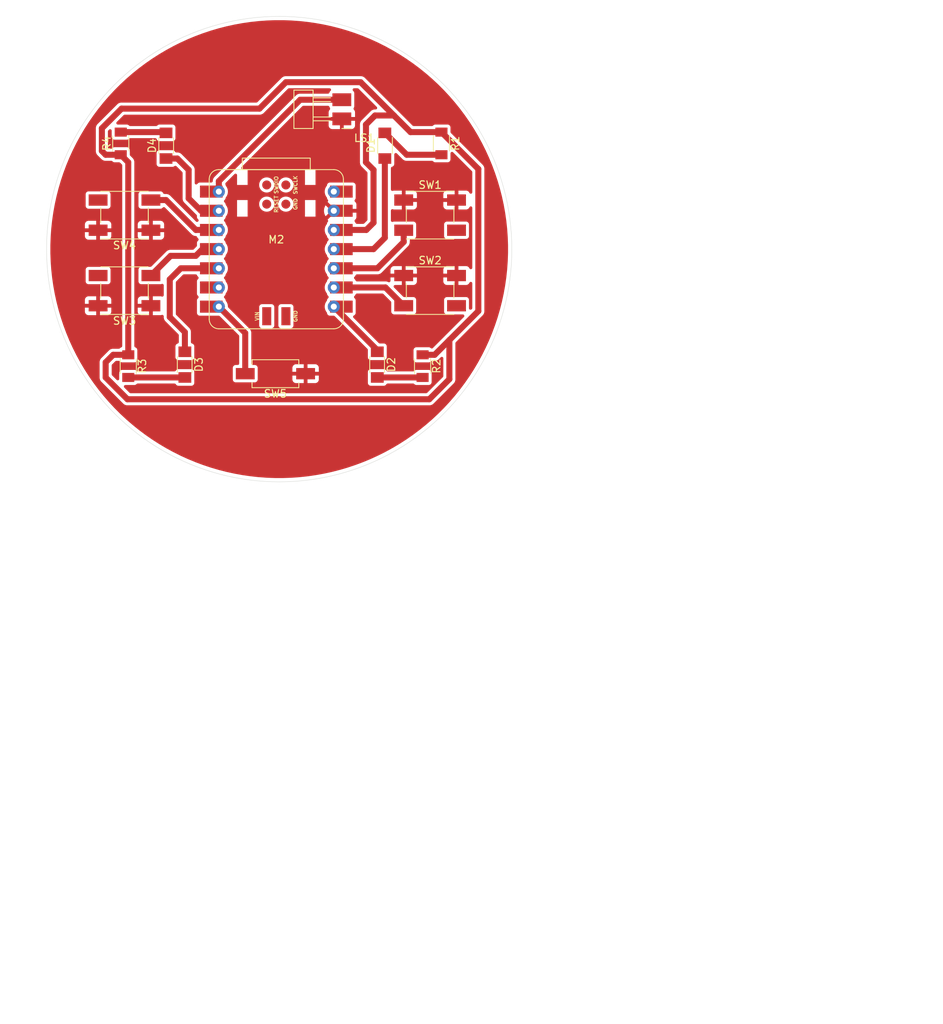
<source format=kicad_pcb>
(kicad_pcb (version 20241229) (generator "pcbnew") (generator_version "9.0")
  (layers (0 "F.Cu" signal) (2 "B.Cu" signal) (13 "F.Paste" user) (15 "B.Paste" user) (5 "F.SilkS" user "F.Silkscreen") (7 "B.SilkS" user "B.Silkscreen") (1 "F.Mask" user) (3 "B.Mask" user) (25 "Edge.Cuts" user))
  (net 0 "")
  (net 2 "/BTN_BLUE")
  (net 3 "/LED_GREEN")
  (net 4 "/LED_YELLOW")
  (net 5 "/BTN_GREEN")
  (net 6 "/BTN_RED")
  (net 7 "/LED_RED")
  (net 8 "/START")
  (net 9 "/LED_BLUE")
  (net 10 "/BTN_YELLOW")
  (net 11 "/BUZZ")
  (net 12 "GND")
  (net 13 "Net-(D1-A)")
  (net 14 "Net-(D2-A)")
  (net 15 "Net-(D3-A)")
  (net 16 "+3V3")
  (net 17 "Net-(D4-A)")
  (footprint "PCM_fab:SeeedStudio_XIAO_RP2040" (layer "F.Cu") (at 150.225 91.11)
    (property "Reference" "M2" (at 0 -1.27 0) (layer "F.SilkS"))
    (property "Value" "XIAO-RP2040")
    (fp_line (start -8.8875 9.281) (end -8.8875 -9.261) (stroke (width 0.12)) (layer "F.SilkS"))
    (fp_line (start -7.6175 -10.531) (end 7.6225 -10.531) (stroke (width 0.12)) (layer "F.SilkS"))
    (fp_line (start 7.6225 10.551) (end -7.6175 10.551) (stroke (width 0.12)) (layer "F.SilkS"))
    (fp_line (start 8.8925 -9.261) (end 8.8925 9.281) (stroke (width 0.12)) (layer "F.SilkS"))
    (fp_rect (start -4.4975 -10.531) (end 4.5025 -12.055) (stroke (width 0.12)) (fill no) (layer "F.SilkS"))
    (fp_arc (start -8.8875 -9.261) (mid -8.515526 -10.159026) (end -7.6175 -10.531) (stroke (width 0.12)) (layer "F.SilkS"))
    (fp_arc (start -7.6175 10.551) (mid -8.515526 10.179026) (end -8.8875 9.281) (stroke (width 0.12)) (layer "F.SilkS"))
    (fp_arc (start 7.6225 -10.531) (mid 8.520526 -10.159026) (end 8.8925 -9.261) (stroke (width 0.12)) (layer "F.SilkS"))
    (fp_arc (start 8.8925 9.281) (mid 8.520526 10.179026) (end 7.6225 10.551) (stroke (width 0.12)) (layer "F.SilkS"))
    (fp_text user "SWCLK" (at 2.54 -8.5 90) (layer "F.SilkS") (effects (font (size 0.5 0.5) (thickness 0.1) (bold yes))))
    (fp_text user "GND" (at 2.545 8.89 90) (layer "F.SilkS") (effects (font (size 0.5 0.5) (thickness 0.1) (bold yes))))
    (fp_text user "RESET" (at 0 -5.96 90) (layer "F.SilkS") (effects (font (size 0.5 0.5) (thickness 0.1) (bold yes))))
    (fp_text user "VIN" (at -2.535 8.89 90) (layer "F.SilkS") (effects (font (size 0.5 0.5) (thickness 0.1) (bold yes))))
    (fp_text user "SWDIO" (at 0 -8.5 90) (layer "F.SilkS") (effects (font (size 0.5 0.5) (thickness 0.1) (bold yes))))
    (fp_text user "GND" (at 2.54 -5.96 90) (layer "F.SilkS") (effects (font (size 0.5 0.5) (thickness 0.1) (bold yes))))
    (pad "1" thru_hole circle (at -7.615 -7.62) (size 1.6 1.6) (drill 0.8) (layers "*.Cu" "*.Mask") (net 11 "/BUZZ"))
    (pad "1" smd rect (at -7.615 -7.62) (size 3 1.6) (drill (offset -1 0)) (layers "F.Cu" "F.Mask" "F.Paste") (net 11 "/BUZZ"))
    (pad "2" thru_hole circle (at -7.615 -5.08) (size 1.6 1.6) (drill 0.8) (layers "*.Cu" "*.Mask") (net 3 "/LED_GREEN"))
    (pad "2" smd rect (at -7.615 -5.08) (size 3 1.6) (drill (offset -1 0)) (layers "F.Cu" "F.Mask" "F.Paste") (net 3 "/LED_GREEN"))
    (pad "3" thru_hole circle (at -7.615 -2.54) (size 1.6 1.6) (drill 0.8) (layers "*.Cu" "*.Mask") (net 5 "/BTN_GREEN"))
    (pad "3" smd rect (at -7.615 -2.54) (size 3 1.6) (drill (offset -1 0)) (layers "F.Cu" "F.Mask" "F.Paste") (net 5 "/BTN_GREEN"))
    (pad "4" thru_hole circle (at -7.615 0) (size 1.6 1.6) (drill 0.8) (layers "*.Cu" "*.Mask") (net 10 "/BTN_YELLOW"))
    (pad "4" smd rect (at -7.615 0) (size 3 1.6) (drill (offset -1 0)) (layers "F.Cu" "F.Mask" "F.Paste") (net 10 "/BTN_YELLOW"))
    (pad "5" thru_hole circle (at -7.615 2.54) (size 1.6 1.6) (drill 0.8) (layers "*.Cu" "*.Mask") (net 4 "/LED_YELLOW"))
    (pad "5" smd rect (at -7.615 2.54) (size 3 1.6) (drill (offset -1 0)) (layers "F.Cu" "F.Mask" "F.Paste") (net 4 "/LED_YELLOW"))
    (pad "6" thru_hole circle (at -7.615 5.08) (size 1.6 1.6) (drill 0.8) (layers "*.Cu" "*.Mask"))
    (pad "6" smd rect (at -7.615 5.08) (size 3 1.6) (drill (offset -1 0)) (layers "F.Cu" "F.Mask" "F.Paste"))
    (pad "7" thru_hole circle (at -7.615 7.62) (size 1.6 1.6) (drill 0.8) (layers "*.Cu" "*.Mask") (net 8 "/START"))
    (pad "7" smd rect (at -7.615 7.62) (size 3 1.6) (drill (offset -1 0)) (layers "F.Cu" "F.Mask" "F.Paste") (net 8 "/START"))
    (pad "8" thru_hole circle (at 7.62 7.62) (size 1.6 1.6) (drill 0.8) (layers "*.Cu" "*.Mask") (net 9 "/LED_BLUE"))
    (pad "8" smd rect (at 7.62 7.62) (size 3 1.6) (drill (offset 1 0)) (layers "F.Cu" "F.Mask" "F.Paste") (net 9 "/LED_BLUE"))
    (pad "9" thru_hole circle (at 7.62 5.08) (size 1.6 1.6) (drill 0.8) (layers "*.Cu" "*.Mask") (net 2 "/BTN_BLUE"))
    (pad "9" smd rect (at 7.62 5.08) (size 3 1.6) (drill (offset 1 0)) (layers "F.Cu" "F.Mask" "F.Paste") (net 2 "/BTN_BLUE"))
    (pad "10" thru_hole circle (at 7.62 2.54) (size 1.6 1.6) (drill 0.8) (layers "*.Cu" "*.Mask") (net 6 "/BTN_RED"))
    (pad "10" smd rect (at 7.62 2.54) (size 3 1.6) (drill (offset 1 0)) (layers "F.Cu" "F.Mask" "F.Paste") (net 6 "/BTN_RED"))
    (pad "11" thru_hole circle (at 7.62 0) (size 1.6 1.6) (drill 0.8) (layers "*.Cu" "*.Mask") (net 7 "/LED_RED"))
    (pad "11" smd rect (at 7.62 0) (size 3 1.6) (drill (offset 1 0)) (layers "F.Cu" "F.Mask" "F.Paste") (net 7 "/LED_RED"))
    (pad "12" thru_hole circle (at 7.62 -2.54) (size 1.6 1.6) (drill 0.8) (layers "*.Cu" "*.Mask") (net 16 "+3V3"))
    (pad "12" smd rect (at 7.62 -2.54) (size 3 1.6) (drill (offset 1 0)) (layers "F.Cu" "F.Mask" "F.Paste") (net 16 "+3V3"))
    (pad "13" thru_hole circle (at 7.62 -5.08) (size 1.6 1.6) (drill 0.8) (layers "*.Cu" "*.Mask") (net 12 "GND"))
    (pad "13" smd rect (at 7.62 -5.08) (size 3 1.6) (drill (offset 1 0)) (layers "F.Cu" "F.Mask" "F.Paste") (net 12 "GND"))
    (pad "14" thru_hole circle (at 7.62 -7.62) (size 1.6 1.6) (drill 0.8) (layers "*.Cu" "*.Mask"))
    (pad "14" smd rect (at 7.62 -7.62) (size 3 1.6) (drill (offset 1 0)) (layers "F.Cu" "F.Mask" "F.Paste"))
    (pad "15" smd rect (at 1.275 8.89 270) (size 2.4 1.2) (layers "F.Cu" "F.Mask" "F.Paste"))
    (pad "16" smd rect (at -1.265 8.89 270) (size 2.4 1.2) (layers "F.Cu" "F.Mask" "F.Paste"))
    (pad "17" smd circle (at -1.27 -8.5) (size 1.2 1.2) (layers "F.Cu" "F.Mask" "F.Paste"))
    (pad "18" smd circle (at -1.27 -5.96) (size 1.2 1.2) (layers "F.Cu" "F.Mask" "F.Paste"))
    (pad "19" smd circle (at 1.27 -5.96) (size 1.2 1.2) (layers "F.Cu" "F.Mask" "F.Paste"))
    (pad "20" smd circle (at 1.27 -8.5) (size 1.2 1.2) (layers "F.Cu" "F.Mask" "F.Paste"))
    (zone (net 0) (net_name "") (layers "F.Cu" "F.Mask" "F.Paste" "User.1") (name "USB_MECHA") (connect_pads (clearance 0)) (min_thickness 0.25)
      (keepout (tracks not_allowed) (vias not_allowed) (pads not_allowed) (copperpour not_allowed) (footprints not_allowed))
      (fill (thermal_gap 0.5) (thermal_bridge_width 0.5))
      (polygon (pts (xy 145.025 80.56) (xy 146.425 80.56) (xy 146.425 82.61) (xy 145.025 82.61)))
    )
    (zone (net 0) (net_name "") (layers "F.Cu" "F.Mask" "F.Paste" "User.1") (name "USB_MECHA") (connect_pads (clearance 0)) (min_thickness 0.25)
      (keepout (tracks not_allowed) (vias not_allowed) (pads not_allowed) (copperpour not_allowed) (footprints not_allowed))
      (fill (thermal_gap 0.5) (thermal_bridge_width 0.5))
      (polygon (pts (xy 145.025 84.61) (xy 146.425 84.61) (xy 146.425 86.81) (xy 145.025 86.81)))
    )
    (zone (net 0) (net_name "") (layers "F.Cu" "F.Mask" "F.Paste" "User.1") (name "USB_MECHA") (connect_pads (clearance 0)) (min_thickness 0.25)
      (keepout (tracks not_allowed) (vias not_allowed) (pads not_allowed) (copperpour not_allowed) (footprints not_allowed))
      (fill (thermal_gap 0.5) (thermal_bridge_width 0.5))
      (polygon (pts (xy 154.025 80.56) (xy 155.425 80.56) (xy 155.425 82.61) (xy 154.025 82.61)))
    )
    (zone (net 0) (net_name "") (layers "F.Cu" "F.Mask" "F.Paste" "User.1") (name "USB_MECHA") (connect_pads (clearance 0)) (min_thickness 0.25)
      (keepout (tracks not_allowed) (vias not_allowed) (pads not_allowed) (copperpour not_allowed) (footprints not_allowed))
      (fill (thermal_gap 0.5) (thermal_bridge_width 0.5))
      (polygon (pts (xy 154.025 84.61) (xy 155.425 84.61) (xy 155.425 86.81) (xy 154.025 86.81)))
    )
  )
  (footprint "PCM_fab:Button_Omron_B3SN_6.0x6.0mm" (layer "F.Cu") (at 130.11 86.61 180)
    (property "Reference" "SW4" (at 0 -4 0) (layer "F.SilkS"))
    (property "Value" "GREEN_BUTTON")
    (fp_line (start 3.15 3.15) (end -3.15 3.15) (stroke (width 0.12)) (layer "F.SilkS"))
    (fp_line (start 3.15 -1) (end 3.15 1) (stroke (width 0.12)) (layer "F.SilkS"))
    (fp_line (start -3.15 1) (end -3.15 -1) (stroke (width 0.12)) (layer "F.SilkS"))
    (fp_line (start -3.15 -3.15) (end 3.15 -3.15) (stroke (width 0.12)) (layer "F.SilkS"))
    (pad "1" smd rect (at -3.5 -2 180) (size 2.5 1.5) (layers "F.Cu" "F.Mask" "F.Paste") (net 12 "GND"))
    (pad "1" smd rect (at 3.5 -2 180) (size 2.5 1.5) (layers "F.Cu" "F.Mask" "F.Paste") (net 12 "GND"))
    (pad "2" smd rect (at -3.5 2 180) (size 2.5 1.5) (layers "F.Cu" "F.Mask" "F.Paste") (net 5 "/BTN_GREEN"))
    (pad "2" smd rect (at 3.5 2 180) (size 2.5 1.5) (layers "F.Cu" "F.Mask" "F.Paste") (net 5 "/BTN_GREEN"))
  )
  (footprint "PCM_fab:LED_1206" (layer "F.Cu") (at 135.61 77.41 90)
    (property "Reference" "D4" (at 0 -1.85 90) (layer "F.SilkS"))
    (property "Value" "GREEN_LED")
    (fp_line (start -1.1 -0.95) (end 1.1 -0.95) (stroke (width 0.12)) (layer "F.SilkS"))
    (fp_line (start -1.1 1) (end 1.1 1) (stroke (width 0.12)) (layer "F.SilkS"))
    (pad "1" smd rect (at -1.7 0 90) (size 1.4 1.7) (layers "F.Cu" "F.Mask" "F.Paste") (net 3 "/LED_GREEN"))
    (pad "2" smd rect (at 1.7 0 90) (size 1.4 1.7) (layers "F.Cu" "F.Mask" "F.Paste") (net 17 "Net-(D4-A)"))
  )
  (footprint "PCM_fab:LED_1206" (layer "F.Cu") (at 138.11 106.41 -90)
    (property "Reference" "D3" (at 0 -1.85 90) (layer "F.SilkS"))
    (property "Value" "YELLOW_LED")
    (fp_line (start -1.1 1) (end 1.1 1) (stroke (width 0.12)) (layer "F.SilkS"))
    (fp_line (start -1.1 -0.95) (end 1.1 -0.95) (stroke (width 0.12)) (layer "F.SilkS"))
    (pad "1" smd rect (at -1.7 0 270) (size 1.4 1.7) (layers "F.Cu" "F.Mask" "F.Paste") (net 4 "/LED_YELLOW"))
    (pad "2" smd rect (at 1.7 0 270) (size 1.4 1.7) (layers "F.Cu" "F.Mask" "F.Paste") (net 15 "Net-(D3-A)"))
  )
  (footprint "PCM_fab:R_1206" (layer "F.Cu") (at 172.11 77.11 -90)
    (property "Reference" "R1" (at 0 -1.85 90) (layer "F.SilkS"))
    (property "Value" "220Ω")
    (fp_line (start 1 1.07) (end -1 1.07) (stroke (width 0.12)) (layer "F.SilkS"))
    (fp_line (start -1 -1.07) (end 1 -1.07) (stroke (width 0.12)) (layer "F.SilkS"))
    (pad "1" smd rect (at -1.5 0 270) (size 1.2 1.6) (layers "F.Cu" "F.Mask" "F.Paste") (net 16 "+3V3"))
    (pad "2" smd rect (at 1.5 0 270) (size 1.2 1.6) (layers "F.Cu" "F.Mask" "F.Paste") (net 13 "Net-(D1-A)"))
  )
  (footprint "PCM_fab:LED_1206" (layer "F.Cu") (at 163.61 106.41 -90)
    (property "Reference" "D2" (at 0 -1.85 90) (layer "F.SilkS"))
    (property "Value" "BLUE_LED")
    (fp_line (start -1.1 1) (end 1.1 1) (stroke (width 0.12)) (layer "F.SilkS"))
    (fp_line (start -1.1 -0.95) (end 1.1 -0.95) (stroke (width 0.12)) (layer "F.SilkS"))
    (pad "1" smd rect (at -1.7 0 270) (size 1.4 1.7) (layers "F.Cu" "F.Mask" "F.Paste") (net 9 "/LED_BLUE"))
    (pad "2" smd rect (at 1.7 0 270) (size 1.4 1.7) (layers "F.Cu" "F.Mask" "F.Paste") (net 14 "Net-(D2-A)"))
  )
  (footprint "PCM_fab:Button_Omron_B3SN_6.0x6.0mm" (layer "F.Cu") (at 130.11 96.61 180)
    (property "Reference" "SW3" (at 0 -4 0) (layer "F.SilkS"))
    (property "Value" "YELLOW_BUTTON")
    (fp_line (start 3.15 3.15) (end -3.15 3.15) (stroke (width 0.12)) (layer "F.SilkS"))
    (fp_line (start 3.15 -1) (end 3.15 1) (stroke (width 0.12)) (layer "F.SilkS"))
    (fp_line (start -3.15 1) (end -3.15 -1) (stroke (width 0.12)) (layer "F.SilkS"))
    (fp_line (start -3.15 -3.15) (end 3.15 -3.15) (stroke (width 0.12)) (layer "F.SilkS"))
    (pad "1" smd rect (at -3.5 -2 180) (size 2.5 1.5) (layers "F.Cu" "F.Mask" "F.Paste") (net 12 "GND"))
    (pad "1" smd rect (at 3.5 -2 180) (size 2.5 1.5) (layers "F.Cu" "F.Mask" "F.Paste") (net 12 "GND"))
    (pad "2" smd rect (at -3.5 2 180) (size 2.5 1.5) (layers "F.Cu" "F.Mask" "F.Paste") (net 10 "/BTN_YELLOW"))
    (pad "2" smd rect (at 3.5 2 180) (size 2.5 1.5) (layers "F.Cu" "F.Mask" "F.Paste") (net 10 "/BTN_YELLOW"))
  )
  (footprint "PCM_fab:R_1206" (layer "F.Cu") (at 169.61 106.61 -90)
    (property "Reference" "R2" (at 0 -1.85 90) (layer "F.SilkS"))
    (property "Value" "10Ω")
    (fp_line (start 1 1.07) (end -1 1.07) (stroke (width 0.12)) (layer "F.SilkS"))
    (fp_line (start -1 -1.07) (end 1 -1.07) (stroke (width 0.12)) (layer "F.SilkS"))
    (pad "1" smd rect (at -1.5 0 270) (size 1.2 1.6) (layers "F.Cu" "F.Mask" "F.Paste") (net 16 "+3V3"))
    (pad "2" smd rect (at 1.5 0 270) (size 1.2 1.6) (layers "F.Cu" "F.Mask" "F.Paste") (net 14 "Net-(D2-A)"))
  )
  (footprint "PCM_fab:Button_CnK_PTS636.0_6x3.5mm" (layer "F.Cu") (at 150.11 107.61 180)
    (property "Reference" "SW5" (at 0 -2.65 0) (layer "F.SilkS"))
    (property "Value" "START_BUTTON")
    (fp_line (start 3.1 1.85) (end 3.1 1.2) (stroke (width 0.12)) (layer "F.SilkS"))
    (fp_line (start 3.1 -1.85) (end 3.1 -1.2) (stroke (width 0.12)) (layer "F.SilkS"))
    (fp_line (start 3.1 -1.85) (end -3.1 -1.85) (stroke (width 0.12)) (layer "F.SilkS"))
    (fp_line (start -3.1 1.85) (end 3.1 1.85) (stroke (width 0.12)) (layer "F.SilkS"))
    (fp_line (start -3.1 1.2) (end -3.1 1.85) (stroke (width 0.12)) (layer "F.SilkS"))
    (fp_line (start -3.1 -1.85) (end -3.1 -1.2) (stroke (width 0.12)) (layer "F.SilkS"))
    (pad "1" smd rect (at -4 0 180) (size 2.5 1.5) (layers "F.Cu" "F.Mask" "F.Paste") (net 12 "GND"))
    (pad "2" smd rect (at 4 0 180) (size 2.5 1.5) (layers "F.Cu" "F.Mask" "F.Paste") (net 8 "/START"))
  )
  (footprint "PCM_fab:R_1206" (layer "F.Cu") (at 130.61 106.61 -90)
    (property "Reference" "R3" (at 0 -1.85 90) (layer "F.SilkS"))
    (property "Value" "220Ω")
    (fp_line (start 1 1.07) (end -1 1.07) (stroke (width 0.12)) (layer "F.SilkS"))
    (fp_line (start -1 -1.07) (end 1 -1.07) (stroke (width 0.12)) (layer "F.SilkS"))
    (pad "1" smd rect (at -1.5 0 270) (size 1.2 1.6) (layers "F.Cu" "F.Mask" "F.Paste") (net 16 "+3V3"))
    (pad "2" smd rect (at 1.5 0 270) (size 1.2 1.6) (layers "F.Cu" "F.Mask" "F.Paste") (net 15 "Net-(D3-A)"))
  )
  (footprint "PCM_fab:LED_1206" (layer "F.Cu") (at 164.61 77.41 90)
    (property "Reference" "D1" (at 0 -1.85 90) (layer "F.SilkS"))
    (property "Value" "RED_LED")
    (fp_line (start -1.1 -0.95) (end 1.1 -0.95) (stroke (width 0.12)) (layer "F.SilkS"))
    (fp_line (start -1.1 1) (end 1.1 1) (stroke (width 0.12)) (layer "F.SilkS"))
    (pad "1" smd rect (at -1.7 0 90) (size 1.4 1.7) (layers "F.Cu" "F.Mask" "F.Paste") (net 7 "/LED_RED"))
    (pad "2" smd rect (at 1.7 0 90) (size 1.4 1.7) (layers "F.Cu" "F.Mask" "F.Paste") (net 13 "Net-(D1-A)"))
  )
  (footprint "PCM_fab:PinHeader_01x02_P2.54mm_Horizontal_SMD" (layer "F.Cu") (at 158.91 73.86 180)
    (property "Reference" "LS1" (at -1.524 -2.54 0) (layer "F.SilkS") (effects (justify left)))
    (property "Value" "BUZZER")
    (fp_line (start 6.35 3.81) (end 3.81 3.81) (stroke (width 0.12)) (layer "F.SilkS"))
    (fp_line (start 6.35 -1.27) (end 6.35 3.81) (stroke (width 0.12)) (layer "F.SilkS"))
    (fp_line (start 3.81 3.81) (end 3.81 -1.27) (stroke (width 0.12)) (layer "F.SilkS"))
    (fp_line (start 3.81 2.794) (end 1.5 2.794) (stroke (width 0.12)) (layer "F.SilkS"))
    (fp_line (start 3.81 2.286) (end 1.5 2.286) (stroke (width 0.12)) (layer "F.SilkS"))
    (fp_line (start 3.81 0.254) (end 1.5 0.254) (stroke (width 0.12)) (layer "F.SilkS"))
    (fp_line (start 3.81 -0.254) (end 1.5 -0.254) (stroke (width 0.12)) (layer "F.SilkS"))
    (fp_line (start 3.81 -1.27) (end 6.35 -1.27) (stroke (width 0.12)) (layer "F.SilkS"))
    (fp_line (start -1.27 -1.27) (end 0 -1.27) (stroke (width 0.12)) (layer "F.SilkS"))
    (pad "1" smd rect (at 0 0 180) (size 2.5 1.7) (layers "F.Cu" "F.Mask" "F.Paste") (net 12 "GND"))
    (pad "2" smd rect (at 0 2.54 180) (size 2.5 1.7) (layers "F.Cu" "F.Mask" "F.Paste") (net 11 "/BUZZ"))
  )
  (footprint "PCM_fab:Button_Omron_B3SN_6.0x6.0mm" (layer "F.Cu") (at 170.61 96.61)
    (property "Reference" "SW2" (at 0 -4 0) (layer "F.SilkS"))
    (property "Value" "BLUE_BUTTON")
    (fp_line (start -3.15 -3.15) (end 3.15 -3.15) (stroke (width 0.12)) (layer "F.SilkS"))
    (fp_line (start -3.15 1) (end -3.15 -1) (stroke (width 0.12)) (layer "F.SilkS"))
    (fp_line (start 3.15 -1) (end 3.15 1) (stroke (width 0.12)) (layer "F.SilkS"))
    (fp_line (start 3.15 3.15) (end -3.15 3.15) (stroke (width 0.12)) (layer "F.SilkS"))
    (pad "1" smd rect (at -3.5 -2) (size 2.5 1.5) (layers "F.Cu" "F.Mask" "F.Paste") (net 12 "GND"))
    (pad "1" smd rect (at 3.5 -2) (size 2.5 1.5) (layers "F.Cu" "F.Mask" "F.Paste") (net 12 "GND"))
    (pad "2" smd rect (at -3.5 2) (size 2.5 1.5) (layers "F.Cu" "F.Mask" "F.Paste") (net 2 "/BTN_BLUE"))
    (pad "2" smd rect (at 3.5 2) (size 2.5 1.5) (layers "F.Cu" "F.Mask" "F.Paste") (net 2 "/BTN_BLUE"))
  )
  (footprint "PCM_fab:Button_Omron_B3SN_6.0x6.0mm" (layer "F.Cu") (at 170.61 86.61)
    (property "Reference" "SW1" (at 0 -4 0) (layer "F.SilkS"))
    (property "Value" "RED_BUTTON")
    (fp_line (start -3.15 -3.15) (end 3.15 -3.15) (stroke (width 0.12)) (layer "F.SilkS"))
    (fp_line (start -3.15 1) (end -3.15 -1) (stroke (width 0.12)) (layer "F.SilkS"))
    (fp_line (start 3.15 -1) (end 3.15 1) (stroke (width 0.12)) (layer "F.SilkS"))
    (fp_line (start 3.15 3.15) (end -3.15 3.15) (stroke (width 0.12)) (layer "F.SilkS"))
    (pad "1" smd rect (at -3.5 -2) (size 2.5 1.5) (layers "F.Cu" "F.Mask" "F.Paste") (net 12 "GND"))
    (pad "1" smd rect (at 3.5 -2) (size 2.5 1.5) (layers "F.Cu" "F.Mask" "F.Paste") (net 12 "GND"))
    (pad "2" smd rect (at -3.5 2) (size 2.5 1.5) (layers "F.Cu" "F.Mask" "F.Paste") (net 6 "/BTN_RED"))
    (pad "2" smd rect (at 3.5 2) (size 2.5 1.5) (layers "F.Cu" "F.Mask" "F.Paste") (net 6 "/BTN_RED"))
  )
  (footprint "PCM_fab:R_1206" (layer "F.Cu") (at 129.61 77.11 90)
    (property "Reference" "R4" (at 0 -1.85 90) (layer "F.SilkS"))
    (property "Value" "33Ω")
    (fp_line (start -1 -1.07) (end 1 -1.07) (stroke (width 0.12)) (layer "F.SilkS"))
    (fp_line (start 1 1.07) (end -1 1.07) (stroke (width 0.12)) (layer "F.SilkS"))
    (pad "1" smd rect (at -1.5 0 90) (size 1.2 1.6) (layers "F.Cu" "F.Mask" "F.Paste") (net 16 "+3V3"))
    (pad "2" smd rect (at 1.5 0 90) (size 1.2 1.6) (layers "F.Cu" "F.Mask" "F.Paste") (net 17 "Net-(D4-A)"))
  )
  (gr_circle (center 150.61 91.11) (end 181.11 86.61) (stroke (width 0.05)) (fill no) (layer "Edge.Cuts"))
  (segment (start 164.69 96.19) (end 157.845 96.19) (width 0.8) (layer "F.Cu") (net 2))
  (segment (start 167.11 98.61) (end 164.69 96.19) (width 0.8) (layer "F.Cu") (net 2))
  (segment (start 137.11 79.11) (end 135.61 79.11) (width 0.8) (layer "F.Cu") (net 3))
  (segment (start 138.61 84.392) (end 138.61 80.61) (width 0.8) (layer "F.Cu") (net 3))
  (segment (start 138.61 80.61) (end 137.11 79.11) (width 0.8) (layer "F.Cu") (net 3))
  (segment (start 142.61 86.03) (end 140.248 86.03) (width 0.8) (layer "F.Cu") (net 3))
  (segment (start 140.248 86.03) (end 138.61 84.392) (width 0.8) (layer "F.Cu") (net 3))
  (segment (start 136.11 100.11) (end 136.11 95.11) (width 0.8) (layer "F.Cu") (net 4))
  (segment (start 138.11 102.11) (end 136.11 100.11) (width 0.8) (layer "F.Cu") (net 4))
  (segment (start 138.11 104.71) (end 138.11 102.11) (width 0.8) (layer "F.Cu") (net 4))
  (segment (start 136.11 95.11) (end 137.57 93.65) (width 0.8) (layer "F.Cu") (net 4))
  (segment (start 137.57 93.65) (end 142.61 93.65) (width 0.8) (layer "F.Cu") (net 4))
  (segment (start 139.57 88.57) (end 135.61 84.61) (width 0.8) (layer "F.Cu") (net 5))
  (segment (start 135.61 84.61) (end 133.61 84.61) (width 0.8) (layer "F.Cu") (net 5))
  (segment (start 142.61 88.57) (end 139.57 88.57) (width 0.8) (layer "F.Cu") (net 5))
  (segment (start 163.62 93.65) (end 157.845 93.65) (width 0.8) (layer "F.Cu") (net 6))
  (segment (start 167.11 88.61) (end 167.11 90.16) (width 0.8) (layer "F.Cu") (net 6))
  (segment (start 167.11 90.16) (end 163.62 93.65) (width 0.8) (layer "F.Cu") (net 6))
  (segment (start 157.845 91.11) (end 163.11 91.11) (width 0.8) (layer "F.Cu") (net 7))
  (segment (start 163.11 91.11) (end 164.61 89.61) (width 0.8) (layer "F.Cu") (net 7))
  (segment (start 164.61 89.61) (end 164.61 79.11) (width 0.8) (layer "F.Cu") (net 7))
  (segment (start 146.11 107.61) (end 146.11 102.23) (width 0.8) (layer "F.Cu") (net 8))
  (segment (start 146.11 102.23) (end 142.61 98.73) (width 0.8) (layer "F.Cu") (net 8))
  (segment (start 163.61 104.71) (end 163.61 104.495) (width 0.8) (layer "F.Cu") (net 9))
  (segment (start 163.61 104.495) (end 157.845 98.73) (width 0.8) (layer "F.Cu") (net 9))
  (segment (start 142.61 91.11) (end 140.449 91.11) (width 0.8) (layer "F.Cu") (net 10))
  (segment (start 136.22 92) (end 133.61 94.61) (width 0.8) (layer "F.Cu") (net 10))
  (segment (start 139.559 92) (end 136.22 92) (width 0.8) (layer "F.Cu") (net 10))
  (segment (start 140.449 91.11) (end 139.559 92) (width 0.8) (layer "F.Cu") (net 10))
  (segment (start 153.4 71.32) (end 158.91 71.32) (width 0.8) (layer "F.Cu") (net 11))
  (segment (start 142.61 82.11) (end 153.4 71.32) (width 0.8) (layer "F.Cu") (net 11))
  (segment (start 142.61 83.49) (end 142.61 82.11) (width 0.8) (layer "F.Cu") (net 11))
  (segment (start 164.61 75.71) (end 167.51 78.61) (width 0.8) (layer "F.Cu") (net 13))
  (segment (start 167.51 78.61) (end 172.11 78.61) (width 0.8) (layer "F.Cu") (net 13))
  (segment (start 163.61 108.11) (end 169.61 108.11) (width 0.8) (layer "F.Cu") (net 14))
  (segment (start 138.11 108.11) (end 130.61 108.11) (width 0.8) (layer "F.Cu") (net 15))
  (segment (start 173.161 103.161) (end 171.212 105.11) (width 0.8) (layer "F.Cu") (net 16))
  (segment (start 161.401 69) (end 151.5 69) (width 0.8) (layer "F.Cu") (net 16))
  (segment (start 128.61 105.11) (end 130.61 105.11) (width 0.8) (layer "F.Cu") (net 16))
  (segment (start 177 99.322) (end 173.161 103.161) (width 0.8) (layer "F.Cu") (net 16))
  (segment (start 165.8105 73.4095) (end 161.401 69) (width 0.8) (layer "F.Cu") (net 16))
  (segment (start 129.61 78.61) (end 130.61 79.61) (width 0.8) (layer "F.Cu") (net 16))
  (segment (start 129.718 72.5) (end 127.11 75.108) (width 0.8) (layer "F.Cu") (net 16))
  (segment (start 162.11 74.61) (end 163.3105 73.4095) (width 0.8) (layer "F.Cu") (net 16))
  (segment (start 151.5 69) (end 148 72.5) (width 0.8) (layer "F.Cu") (net 16))
  (segment (start 173.161 103.161) (end 173.161 108.339) (width 0.8) (layer "F.Cu") (net 16))
  (segment (start 172.11 75.61) (end 177 80.5) (width 0.8) (layer "F.Cu") (net 16))
  (segment (start 162.15 88.57) (end 163.11 87.61) (width 0.8) (layer "F.Cu") (net 16))
  (segment (start 130.5 111) (end 127.61 108.11) (width 0.8) (layer "F.Cu") (net 16))
  (segment (start 163.11 80.61) (end 162.11 79.61) (width 0.8) (layer "F.Cu") (net 16))
  (segment (start 162.11 79.61) (end 162.11 74.61) (width 0.8) (layer "F.Cu") (net 16))
  (segment (start 148 72.5) (end 129.718 72.5) (width 0.8) (layer "F.Cu") (net 16))
  (segment (start 127.11 78.11) (end 127.61 78.61) (width 0.8) (layer "F.Cu") (net 16))
  (segment (start 127.61 78.61) (end 129.61 78.61) (width 0.8) (layer "F.Cu") (net 16))
  (segment (start 172.11 75.61) (end 168.011 75.61) (width 0.8) (layer "F.Cu") (net 16))
  (segment (start 127.61 108.11) (end 127.61 106.11) (width 0.8) (layer "F.Cu") (net 16))
  (segment (start 170.5 111) (end 130.5 111) (width 0.8) (layer "F.Cu") (net 16))
  (segment (start 130.61 79.61) (end 130.61 105.11) (width 0.8) (layer "F.Cu") (net 16))
  (segment (start 127.61 106.11) (end 128.61 105.11) (width 0.8) (layer "F.Cu") (net 16))
  (segment (start 171.212 105.11) (end 169.61 105.11) (width 0.8) (layer "F.Cu") (net 16))
  (segment (start 127.11 75.108) (end 127.11 78.11) (width 0.8) (layer "F.Cu") (net 16))
  (segment (start 173.161 108.339) (end 170.5 111) (width 0.8) (layer "F.Cu") (net 16))
  (segment (start 163.11 87.61) (end 163.11 80.61) (width 0.8) (layer "F.Cu") (net 16))
  (segment (start 168.011 75.61) (end 165.8105 73.4095) (width 0.8) (layer "F.Cu") (net 16))
  (segment (start 177 80.5) (end 177 99.322) (width 0.8) (layer "F.Cu") (net 16))
  (segment (start 157.845 88.57) (end 162.15 88.57) (width 0.8) (layer "F.Cu") (net 16))
  (segment (start 163.3105 73.4095) (end 165.8105 73.4095) (width 0.8) (layer "F.Cu") (net 16))
  (segment (start 135.51 75.61) (end 135.61 75.71) (width 0.8) (layer "F.Cu") (net 17))
  (segment (start 129.61 75.61) (end 135.51 75.61) (width 0.8) (layer "F.Cu") (net 17))
  (zone (net 12) (net_name "GND") (layer "F.Cu") (connect_pads (clearance 0.4)) (min_thickness 0.4) (fill yes (thermal_gap 0.5) (thermal_bridge_width 0.5))
    (polygon (pts (xy 113.61 58.11) (xy 184.11 58.11) (xy 184.11 122.61) (xy 113.61 122.61)))
  )
)
</source>
